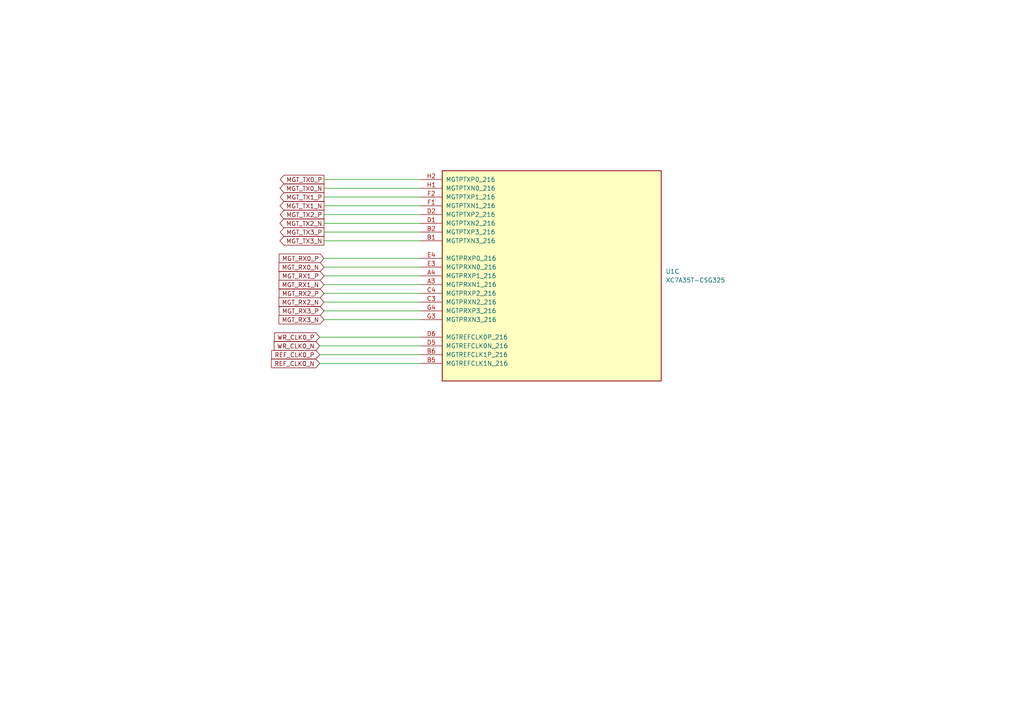
<source format=kicad_sch>
(kicad_sch (version 20250114) (generator "eeschema") (generator_version "9.0")
  (paper "A4")
  (title_block (date "2025-04-18") (rev "${rev}") (company "${name}") (comment 1 "${author}"))
  (lib_symbols
    (symbol "FPGA_Xilinx_Artix7:XC7A35T-CSG325" (pin_names (offset 1.016))
      (property "Reference" "U" (at 0 1.27 0))
      (property "Value" "XC7A35T-CSG325" (at 0 -1.27 0))
      (symbol "XC7A35T-CSG325_1_1"
        (rectangle (start -44.45 67.31) (end 44.45 -73.66) (stroke (width 0.254)) (fill (type background)))
        (pin bidirectional line (at -50.8 53.34 0) (length 6.35) (name "IO_0_14") (number "L14"))
        (pin bidirectional line (at -50.8 50.8 0) (length 6.35) (name "IO_L1P_T0_D00_MOSI_14") (number "K16"))
        (pin bidirectional line (at -50.8 48.26 0) (length 6.35) (name "IO_L1N_T0_D01_DIN_14") (number "L17"))
        (pin bidirectional line (at -50.8 45.72 0) (length 6.35) (name "IO_L2P_T0_D02_14") (number "J15"))
        (pin bidirectional line (at -50.8 43.18 0) (length 6.35) (name "IO_L2N_T0_D03_14") (number "J16"))
        (pin bidirectional line (at -50.8 40.64 0) (length 6.35) (name "IO_L3P_T0_DQS_PUDC_B_14") (number "J18"))
        (pin bidirectional line (at -50.8 38.1 0) (length 6.35) (name "IO_L3N_T0_DQS_EMCCLK_14") (number "K18"))
        (pin bidirectional line (at -50.8 35.56 0) (length 6.35) (name "IO_L4P_T0_D04_14") (number "K17"))
        (pin bidirectional line (at -50.8 33.02 0) (length 6.35) (name "IO_L4N_T0_D05_14") (number "L18"))
        (pin bidirectional line (at -50.8 30.48 0) (length 6.35) (name "IO_L5P_T0_D06_14") (number "J14"))
        (pin bidirectional line (at -50.8 27.94 0) (length 6.35) (name "IO_L5N_T0_D07_14") (number "K15"))
        (pin bidirectional line (at -50.8 25.4 0) (length 6.35) (name "IO_L6P_T0_FCS_B_14") (number "L15"))
        (pin bidirectional line (at -50.8 22.86 0) (length 6.35) (name "IO_L6N_T0_D08_VREF_14") (number "M15"))
        (pin bidirectional line (at -50.8 20.32 0) (length 6.35) (name "IO_L7P_T1_D09_14") (number "M16"))
        (pin bidirectional line (at -50.8 17.78 0) (length 6.35) (name "IO_L7N_T1_D10_14") (number "M17"))
        (pin bidirectional line (at -50.8 15.24 0) (length 6.35) (name "IO_L8P_T1_D11_14") (number "M14"))
        (pin bidirectional line (at -50.8 12.7 0) (length 6.35) (name "IO_L8N_T1_D12_14") (number "N14"))
        (pin bidirectional line (at -50.8 10.16 0) (length 6.35) (name "IO_L9P_T1_DQS_14") (number "N16"))
        (pin bidirectional line (at -50.8 7.62 0) (length 6.35) (name "IO_L9N_T1_DQS_D13_14") (number "N17"))
        (pin bidirectional line (at -50.8 5.08 0) (length 6.35) (name "IO_L10P_T1_D14_14") (number "N18"))
        (pin bidirectional line (at -50.8 2.54 0) (length 6.35) (name "IO_L10N_T1_D15_14") (number "P18"))
        (pin bidirectional line (at -50.8 0 0) (length 6.35) (name "IO_L11P_T1_SRCC_14") (number "P15"))
        (pin bidirectional line (at -50.8 -2.54 0) (length 6.35) (name "IO_L11N_T1_SRCC_14") (number "P16"))
        (pin bidirectional line (at -50.8 -5.08 0) (length 6.35) (name "IO_L12P_T1_MRCC_14") (number "P14"))
        (pin bidirectional line (at -50.8 -7.62 0) (length 6.35) (name "IO_L12N_T1_MRCC_14") (number "R15"))
        (pin bidirectional line (at -50.8 -10.16 0) (length 6.35) (name "IO_L13P_T2_MRCC_14") (number "T14"))
        (pin bidirectional line (at -50.8 -12.7 0) (length 6.35) (name "IO_L13N_T2_MRCC_14") (number "T15"))
        (pin bidirectional line (at -50.8 -15.24 0) (length 6.35) (name "IO_L14P_T2_SRCC_14") (number "R16"))
        (pin bidirectional line (at -50.8 -17.78 0) (length 6.35) (name "IO_L14N_T2_SRCC_14") (number "R17"))
        (pin bidirectional line (at -50.8 -20.32 0) (length 6.35) (name "IO_L15P_T2_DQS_RDWR_B_14") (number "R18"))
        (pin bidirectional line (at -50.8 -22.86 0) (length 6.35) (name "IO_L15N_T2_DQS_DOUT_CSO_B_14") (number "T18"))
        (pin bidirectional line (at -50.8 -25.4 0) (length 6.35) (name "IO_L16P_T2_CSI_B_14") (number "T17"))
        (pin bidirectional line (at -50.8 -27.94 0) (length 6.35) (name "IO_L16N_T2_A15_D31_14") (number "U17"))
        (pin bidirectional line (at -50.8 -30.48 0) (length 6.35) (name "IO_L17P_T2_A14_D30_14") (number "U15"))
        (pin bidirectional line (at -50.8 -33.02 0) (length 6.35) (name "IO_L17N_T2_A13_D29_14") (number "U16"))
        (pin bidirectional line (at -50.8 -35.56 0) (length 6.35) (name "IO_L18P_T2_A12_D28_14") (number "V16"))
        (pin bidirectional line (at -50.8 -38.1 0) (length 6.35) (name "IO_L18N_T2_A11_D27_14") (number "V17"))
        (pin bidirectional line (at -50.8 -40.64 0) (length 6.35) (name "IO_L19P_T3_A10_D26_14") (number "R13"))
        (pin bidirectional line (at -50.8 -43.18 0) (length 6.35) (name "IO_L19N_T3_A09_D25_VREF_14") (number "T13"))
        (pin bidirectional line (at -50.8 -45.72 0) (length 6.35) (name "IO_L20P_T3_A08_D24_14") (number "U14"))
        (pin bidirectional line (at -50.8 -48.26 0) (length 6.35) (name "IO_L20N_T3_A07_D23_14") (number "V14"))
        (pin bidirectional line (at -50.8 -50.8 0) (length 6.35) (name "IO_L21P_T3_DQS_14") (number "V12"))
        (pin bidirectional line (at -50.8 -53.34 0) (length 6.35) (name "IO_L21N_T3_DQS_A06_D22_14") (number "V13"))
        (pin bidirectional line (at -50.8 -55.88 0) (length 6.35) (name "IO_L22P_T3_A05_D21_14") (number "T12"))
        (pin bidirectional line (at -50.8 -58.42 0) (length 6.35) (name "IO_L22N_T3_A04_D20_14") (number "U12"))
        (pin bidirectional line (at -50.8 -60.96 0) (length 6.35) (name "IO_L23P_T3_A03_D19_14") (number "U11"))
        (pin bidirectional line (at -50.8 -63.5 0) (length 6.35) (name "IO_L23N_T3_A02_D18_14") (number "V11"))
        (pin bidirectional line (at -50.8 -66.04 0) (length 6.35) (name "IO_L24P_T3_A01_D17_14") (number "U9"))
        (pin bidirectional line (at -50.8 -68.58 0) (length 6.35) (name "IO_L24N_T3_A00_D16_14") (number "V9"))
        (pin bidirectional line (at -50.8 -71.12 0) (length 6.35) (name "IO_25_14") (number "U10"))
        (pin power_in line (at -40.64 73.66 270) (length 6.35) (name "VCCO_14") (number "L16"))
        (pin power_in line (at -38.1 73.66 270) (length 6.35) (name "VCCO_14") (number "P17"))
        (pin power_in line (at -35.56 73.66 270) (length 6.35) (name "VCCO_14") (number "R14"))
        (pin power_in line (at -33.02 73.66 270) (length 6.35) (name "VCCO_14") (number "T11"))
        (pin power_in line (at -30.48 73.66 270) (length 6.35) (name "VCCO_14") (number "U8"))
        (pin power_in line (at -27.94 73.66 270) (length 6.35) (name "VCCO_14") (number "U18"))
        (pin power_in line (at -25.4 73.66 270) (length 6.35) (name "VCCO_14") (number "V15"))
        (pin power_in line (at 25.4 73.66 270) (length 6.35) (name "VCCO_15") (number "A16"))
        (pin power_in line (at 27.94 73.66 270) (length 6.35) (name "VCCO_15") (number "B13"))
        (pin power_in line (at 30.48 73.66 270) (length 6.35) (name "VCCO_15") (number "C10"))
        (pin power_in line (at 33.02 73.66 270) (length 6.35) (name "VCCO_15") (number "D17"))
        (pin power_in line (at 35.56 73.66 270) (length 6.35) (name "VCCO_15") (number "E14"))
        (pin power_in line (at 38.1 73.66 270) (length 6.35) (name "VCCO_15") (number "G18"))
        (pin power_in line (at 40.64 73.66 270) (length 6.35) (name "VCCO_15") (number "H15"))
        (pin bidirectional line (at 50.8 53.34 180) (length 6.35) (name "IO_0_15") (number "D10"))
        (pin bidirectional line (at 50.8 50.8 180) (length 6.35) (name "IO_L1P_T0_AD0P_15") (number "D8"))
        (pin bidirectional line (at 50.8 48.26 180) (length 6.35) (name "IO_L1N_T0_AD0N_15") (number "C8"))
        (pin bidirectional line (at 50.8 45.72 180) (length 6.35) (name "IO_L2P_T0_AD8P_15") (number "D9"))
        (pin bidirectional line (at 50.8 43.18 180) (length 6.35) (name "IO_L2N_T0_AD8N_15") (number "C9"))
        (pin bidirectional line (at 50.8 40.64 180) (length 6.35) (name "IO_L3P_T0_DQS_AD1P_15") (number "B9"))
        (pin bidirectional line (at 50.8 38.1 180) (length 6.35) (name "IO_L3N_T0_DQS_AD1N_15") (number "A9"))
        (pin bidirectional line (at 50.8 35.56 180) (length 6.35) (name "IO_L4P_T0_15") (number "C11"))
        (pin bidirectional line (at 50.8 33.02 180) (length 6.35) (name "IO_L4N_T0_15") (number "B11"))
        (pin bidirectional line (at 50.8 30.48 180) (length 6.35) (name "IO_L5P_T0_AD9P_15") (number "B10"))
        (pin bidirectional line (at 50.8 27.94 180) (length 6.35) (name "IO_L5N_T0_AD9N_15") (number "A10"))
        (pin bidirectional line (at 50.8 25.4 180) (length 6.35) (name "IO_L6P_T0_15") (number "D11"))
        (pin bidirectional line (at 50.8 22.86 180) (length 6.35) (name "IO_L6N_T0_VREF_15") (number "C12"))
        (pin bidirectional line (at 50.8 20.32 180) (length 6.35) (name "IO_L7P_T1_AD2P_15") (number "B12"))
        (pin bidirectional line (at 50.8 17.78 180) (length 6.35) (name "IO_L7N_T1_AD2N_15") (number "A12"))
        (pin bidirectional line (at 50.8 15.24 180) (length 6.35) (name "IO_L8P_T1_AD10P_15") (number "A13"))
        (pin bidirectional line (at 50.8 12.7 180) (length 6.35) (name "IO_L8N_T1_AD10N_15") (number "A14"))
        (pin bidirectional line (at 50.8 10.16 180) (length 6.35) (name "IO_L9P_T1_DQS_AD3P_15") (number "C14"))
        (pin bidirectional line (at 50.8 7.62 180) (length 6.35) (name "IO_L9N_T1_DQS_AD3N_15") (number "B15"))
        (pin bidirectional line (at 50.8 5.08 180) (length 6.35) (name "IO_L10P_T1_AD11P_15") (number "B14"))
        (pin bidirectional line (at 50.8 2.54 180) (length 6.35) (name "IO_L10N_T1_AD11N_15") (number "A15"))
        (pin bidirectional line (at 50.8 0 180) (length 6.35) (name "IO_L11P_T1_SRCC_15") (number "D13"))
        (pin bidirectional line (at 50.8 -2.54 180) (length 6.35) (name "IO_L11N_T1_SRCC_15") (number "C13"))
        (pin bidirectional line (at 50.8 -5.08 180) (length 6.35) (name "IO_L12P_T1_MRCC_15") (number "E13"))
        (pin bidirectional line (at 50.8 -7.62 180) (length 6.35) (name "IO_L12N_T1_MRCC_15") (number "D14"))
        (pin bidirectional line (at 50.8 -10.16 180) (length 6.35) (name "IO_L13P_T2_MRCC_15") (number "E15"))
        (pin bidirectional line (at 50.8 -12.7 180) (length 6.35) (name "IO_L13N_T2_MRCC_15") (number "D15"))
        (pin bidirectional line (at 50.8 -15.24 180) (length 6.35) (name "IO_L14P_T2_SRCC_15") (number "E16"))
        (pin bidirectional line (at 50.8 -17.78 180) (length 6.35) (name "IO_L14N_T2_SRCC_15") (number "D16"))
        (pin bidirectional line (at 50.8 -20.32 180) (length 6.35) (name "IO_L15P_T2_DQS_15") (number "B16"))
        (pin bidirectional line (at 50.8 -22.86 180) (length 6.35) (name "IO_L15N_T2_DQS_ADV_B_15") (number "A17"))
        (pin bidirectional line (at 50.8 -25.4 180) (length 6.35) (name "IO_L16P_T2_A28_15") (number "C16"))
        (pin bidirectional line (at 50.8 -27.94 180) (length 6.35) (name "IO_L16N_T2_A27_15") (number "B17"))
        (pin bidirectional line (at 50.8 -30.48 180) (length 6.35) (name "IO_L17P_T2_A26_15") (number "E17"))
        (pin bidirectional line (at 50.8 -33.02 180) (length 6.35) (name "IO_L17N_T2_A25_15") (number "D18"))
        (pin bidirectional line (at 50.8 -35.56 180) (length 6.35) (name "IO_L18P_T2_A24_15") (number "C17"))
        (pin bidirectional line (at 50.8 -38.1 180) (length 6.35) (name "IO_L18N_T2_A23_15") (number "C18"))
        (pin bidirectional line (at 50.8 -40.64 180) (length 6.35) (name "IO_L19P_T3_A22_15") (number "G17"))
        (pin bidirectional line (at 50.8 -43.18 180) (length 6.35) (name "IO_L19N_T3_A21_VREF_15") (number "F18"))
        (pin bidirectional line (at 50.8 -45.72 180) (length 6.35) (name "IO_L20P_T3_A20_15") (number "H16"))
        (pin bidirectional line (at 50.8 -48.26 180) (length 6.35) (name "IO_L20N_T3_A19_15") (number "G16"))
        (pin bidirectional line (at 50.8 -50.8 180) (length 6.35) (name "IO_L21P_T3_DQS_15") (number "G15"))
        (pin bidirectional line (at 50.8 -53.34 180) (length 6.35) (name "IO_L21N_T3_DQS_A18_15") (number "F15"))
        (pin bidirectional line (at 50.8 -55.88 180) (length 6.35) (name "IO_L22P_T3_A17_15") (number "G14"))
        (pin bidirectional line (at 50.8 -58.42 180) (length 6.35) (name "IO_L22N_T3_A16_15") (number "F14"))
        (pin bidirectional line (at 50.8 -60.96 180) (length 6.35) (name "IO_L23P_T3_FOE_B_15") (number "H17"))
        (pin bidirectional line (at 50.8 -63.5 180) (length 6.35) (name "IO_L23N_T3_FWE_B_15") (number "H18"))
        (pin bidirectional line (at 50.8 -66.04 180) (length 6.35) (name "IO_L24P_T3_RS1_15") (number "F17"))
        (pin bidirectional line (at 50.8 -68.58 180) (length 6.35) (name "IO_L24N_T3_RS0_15") (number "E18"))
        (pin bidirectional line (at 50.8 -71.12 180) (length 6.35) (name "IO_25_15") (number "H14"))
      )
      (symbol "XC7A35T-CSG325_2_1"
        (rectangle (start -44.45 67.31) (end 44.45 -73.66) (stroke (width 0.254)) (fill (type background)))
        (pin bidirectional line (at -50.8 53.34 0) (length 6.35) (name "IO_0_34") (number "J6"))
        (pin bidirectional line (at -50.8 50.8 0) (length 6.35) (name "IO_L1P_T0_34") (number "K6"))
        (pin bidirectional line (at -50.8 48.26 0) (length 6.35) (name "IO_L1N_T0_34") (number "K5"))
        (pin bidirectional line (at -50.8 45.72 0) (length 6.35) (name "IO_L2P_T0_34") (number "J5"))
        (pin bidirectional line (at -50.8 43.18 0) (length 6.35) (name "IO_L2N_T0_34") (number "J4"))
        (pin bidirectional line (at -50.8 40.64 0) (length 6.35) (name "IO_L3P_T0_DQS_34") (number "K2"))
        (pin bidirectional line (at -50.8 38.1 0) (length 6.35) (name "IO_L3N_T0_DQS_34") (number "K1"))
        (pin bidirectional line (at -50.8 35.56 0) (length 6.35) (name "IO_L4P_T0_34") (number "K3"))
        (pin bidirectional line (at -50.8 33.02 0) (length 6.35) (name "IO_L4N_T0_34") (number "L2"))
        (pin bidirectional line (at -50.8 30.48 0) (length 6.35) (name "IO_L5P_T0_34") (number "L4"))
        (pin bidirectional line (at -50.8 27.94 0) (length 6.35) (name "IO_L5N_T0_34") (number "L3"))
        (pin bidirectional line (at -50.8 25.4 0) (length 6.35) (name "IO_L6P_T0_34") (number "L5"))
        (pin bidirectional line (at -50.8 22.86 0) (length 6.35) (name "IO_L6N_T0_VREF_34") (number "M5"))
        (pin bidirectional line (at -50.8 20.32 0) (length 6.35) (name "IO_L7P_T1_34") (number "M2"))
        (pin bidirectional line (at -50.8 17.78 0) (length 6.35) (name "IO_L7N_T1_34") (number "M1"))
        (pin bidirectional line (at -50.8 15.24 0) (length 6.35) (name "IO_L8P_T1_34") (number "M6"))
        (pin bidirectional line (at -50.8 12.7 0) (length 6.35) (name "IO_L8N_T1_34") (number "N6"))
        (pin bidirectional line (at -50.8 10.16 0) (length 6.35) (name "IO_L9P_T1_DQS_34") (number "N1"))
        (pin bidirectional line (at -50.8 7.62 0) (length 6.35) (name "IO_L9N_T1_DQS_34") (number "P1"))
        (pin bidirectional line (at -50.8 5.08 0) (length 6.35) (name "IO_L10P_T1_34") (number "M4"))
        (pin bidirectional line (at -50.8 2.54 0) (length 6.35) (name "IO_L10N_T1_34") (number "N4"))
        (pin bidirectional line (at -50.8 0 0) (length 6.35) (name "IO_L11P_T1_SRCC_34") (number "N3"))
        (pin bidirectional line (at -50.8 -2.54 0) (length 6.35) (name "IO_L11N_T1_SRCC_34") (number "N2"))
        (pin bidirectional line (at -50.8 -5.08 0) (length 6.35) (name "IO_L12P_T1_MRCC_34") (number "P4"))
        (pin bidirectional line (at -50.8 -7.62 0) (length 6.35) (name "IO_L12N_T1_MRCC_34") (number "P3"))
        (pin bidirectional line (at -50.8 -10.16 0) (length 6.35) (name "IO_L13P_T2_MRCC_34") (number "R2"))
        (pin bidirectional line (at -50.8 -12.7 0) (length 6.35) (name "IO_L13N_T2_MRCC_34") (number "R1"))
        (pin bidirectional line (at -50.8 -15.24 0) (length 6.35) (name "IO_L14P_T2_SRCC_34") (number "R3"))
        (pin bidirectional line (at -50.8 -17.78 0) (length 6.35) (name "IO_L14N_T2_SRCC_34") (number "T2"))
        (pin bidirectional line (at -50.8 -20.32 0) (length 6.35) (name "IO_L15P_T2_DQS_34") (number "U2"))
        (pin bidirectional line (at -50.8 -22.86 0) (length 6.35) (name "IO_L15N_T2_DQS_34") (number "U1"))
        (pin bidirectional line (at -50.8 -25.4 0) (length 6.35) (name "IO_L16P_T2_34") (number "V3"))
        (pin bidirectional line (at -50.8 -27.94 0) (length 6.35) (name "IO_L16N_T2_34") (number "V2"))
        (pin bidirectional line (at -50.8 -30.48 0) (length 6.35) (name "IO_L17P_T2_34") (number "T4"))
        (pin bidirectional line (at -50.8 -33.02 0) (length 6.35) (name "IO_L17N_T2_34") (number "T3"))
        (pin bidirectional line (at -50.8 -35.56 0) (length 6.35) (name "IO_L18P_T2_34") (number "U4"))
        (pin bidirectional line (at -50.8 -38.1 0) (length 6.35) (name "IO_L18N_T2_34") (number "V4"))
        (pin bidirectional line (at -50.8 -40.64 0) (length 6.35) (name "IO_L19P_T3_34") (number "P6"))
        (pin bidirectional line (at -50.8 -43.18 0) (length 6.35) (name "IO_L19N_T3_VREF_34") (number "P5"))
        (pin bidirectional line (at -50.8 -45.72 0) (length 6.35) (name "IO_L20P_T3_34") (number "U6"))
        (pin bidirectional line (at -50.8 -48.26 0) (length 6.35) (name "IO_L20N_T3_34") (number "U5"))
        (pin bidirectional line (at -50.8 -50.8 0) (length 6.35) (name "IO_L21P_T3_DQS_34") (number "R5"))
        (pin bidirectional line (at -50.8 -53.34 0) (length 6.35) (name "IO_L21N_T3_DQS_34") (number "T5"))
        (pin bidirectional line (at -50.8 -55.88 0) (length 6.35) (name "IO_L22P_T3_34") (number "R7"))
        (pin bidirectional line (at -50.8 -58.42 0) (length 6.35) (name "IO_L22N_T3_34") (number "T7"))
        (pin bidirectional line (at -50.8 -60.96 0) (length 6.35) (name "IO_L23P_T3_34") (number "U7"))
        (pin bidirectional line (at -50.8 -63.5 0) (length 6.35) (name "IO_L23N_T3_34") (number "V6"))
        (pin bidirectional line (at -50.8 -66.04 0) (length 6.35) (name "IO_L24P_T3_34") (number "V8"))
        (pin bidirectional line (at -50.8 -68.58 0) (length 6.35) (name "IO_L24N_T3_34") (number "V7"))
        (pin bidirectional line (at -50.8 -71.12 0) (length 6.35) (name "IO_25_34") (number "R6"))
        (pin power_in line (at -40.64 73.66 270) (length 6.35) (name "VCCO_34") (number "L6"))
        (pin power_in line (at -38.1 73.66 270) (length 6.35) (name "VCCO_34") (number "M3"))
        (pin power_in line (at -35.56 73.66 270) (length 6.35) (name "VCCO_34") (number "P7"))
        (pin power_in line (at -33.02 73.66 270) (length 6.35) (name "VCCO_34") (number "R4"))
        (pin power_in line (at -30.48 73.66 270) (length 6.35) (name "VCCO_34") (number "T1"))
        (pin power_in line (at -27.94 73.66 270) (length 6.35) (name "VCCO_34") (number "V5"))
      )
      (symbol "XC7A35T-CSG325_3_1"
        (rectangle (start -31.75 30.48) (end 31.75 -30.48) (stroke (width 0.254)) (fill (type background)))
        (pin bidirectional line (at -38.1 27.94 0) (length 6.35) (name "MGTPTXP0_216") (number "H2"))
        (pin bidirectional line (at -38.1 25.4 0) (length 6.35) (name "MGTPTXN0_216") (number "H1"))
        (pin bidirectional line (at -38.1 22.86 0) (length 6.35) (name "MGTPTXP1_216") (number "F2"))
        (pin bidirectional line (at -38.1 20.32 0) (length 6.35) (name "MGTPTXN1_216") (number "F1"))
        (pin bidirectional line (at -38.1 17.78 0) (length 6.35) (name "MGTPTXP2_216") (number "D2"))
        (pin bidirectional line (at -38.1 15.24 0) (length 6.35) (name "MGTPTXN2_216") (number "D1"))
        (pin bidirectional line (at -38.1 12.7 0) (length 6.35) (name "MGTPTXP3_216") (number "B2"))
        (pin bidirectional line (at -38.1 10.16 0) (length 6.35) (name "MGTPTXN3_216") (number "B1"))
        (pin bidirectional line (at -38.1 5.08 0) (length 6.35) (name "MGTPRXP0_216") (number "E4"))
        (pin bidirectional line (at -38.1 2.54 0) (length 6.35) (name "MGTPRXN0_216") (number "E3"))
        (pin bidirectional line (at -38.1 0 0) (length 6.35) (name "MGTPRXP1_216") (number "A4"))
        (pin bidirectional line (at -38.1 -2.54 0) (length 6.35) (name "MGTPRXN1_216") (number "A3"))
        (pin bidirectional line (at -38.1 -5.08 0) (length 6.35) (name "MGTPRXP2_216") (number "C4"))
        (pin bidirectional line (at -38.1 -7.62 0) (length 6.35) (name "MGTPRXN2_216") (number "C3"))
        (pin bidirectional line (at -38.1 -10.16 0) (length 6.35) (name "MGTPRXP3_216") (number "G4"))
        (pin bidirectional line (at -38.1 -12.7 0) (length 6.35) (name "MGTPRXN3_216") (number "G3"))
        (pin bidirectional line (at -38.1 -17.78 0) (length 6.35) (name "MGTREFCLK0P_216") (number "D6"))
        (pin bidirectional line (at -38.1 -20.32 0) (length 6.35) (name "MGTREFCLK0N_216") (number "D5"))
        (pin bidirectional line (at -38.1 -22.86 0) (length 6.35) (name "MGTREFCLK1P_216") (number "B6"))
        (pin bidirectional line (at -38.1 -25.4 0) (length 6.35) (name "MGTREFCLK1N_216") (number "B5"))
      )
      (symbol "XC7A35T-CSG325_4_1"
        (rectangle (start -31.75 10.16) (end 31.75 -10.16) (stroke (width 0.254)) (fill (type background)))
        (pin power_in line (at -38.1 7.62 0) (length 6.35) (name "MGTAVCC") (number "B4"))
        (pin power_in line (at -38.1 5.08 0) (length 6.35) (name "MGTAVCC") (number "C5"))
        (pin power_in line (at -38.1 2.54 0) (length 6.35) (name "MGTAVCC") (number "E5"))
        (pin power_in line (at -38.1 0 0) (length 6.35) (name "MGTAVCC") (number "F5"))
        (pin power_in line (at 38.1 7.62 180) (length 6.35) (name "MGTAVTT") (number "A2"))
        (pin power_in line (at 38.1 5.08 180) (length 6.35) (name "MGTAVTT") (number "C1"))
        (pin power_in line (at 38.1 2.54 180) (length 6.35) (name "MGTAVTT") (number "E1"))
        (pin power_in line (at 38.1 0 180) (length 6.35) (name "MGTAVTT") (number "F3"))
        (pin power_in line (at 38.1 -2.54 180) (length 6.35) (name "MGTAVTT") (number "G2"))
        (pin power_in line (at 38.1 -7.62 180) (length 6.35) (name "MGTRREF_216") (number "A6"))
      )
      (symbol "XC7A35T-CSG325_5_1"
        (rectangle (start -31.75 34.29) (end 31.75 -40.64) (stroke (width 0.254)) (fill (type background)))
        (pin power_in line (at 25.4 40.64 270) (length 6.35) (name "VCCO_0") (number "E10"))
        (pin power_in line (at 27.94 40.64 270) (length 6.35) (name "VCCO_0") (number "R10"))
        (pin bidirectional line (at 38.1 20.32 180) (length 6.35) (name "TDI_0") (number "T9"))
        (pin bidirectional line (at 38.1 17.78 180) (length 6.35) (name "TDO_0") (number "T8"))
        (pin bidirectional line (at 38.1 15.24 180) (length 6.35) (name "TMS_0") (number "R8"))
        (pin bidirectional line (at 38.1 12.7 180) (length 6.35) (name "TCK_0") (number "F8"))
        (pin bidirectional line (at 38.1 7.62 180) (length 6.35) (name "CCLK_0") (number "E8"))
        (pin bidirectional line (at 38.1 5.08 180) (length 6.35) (name "M0_0") (number "R12"))
        (pin bidirectional line (at 38.1 2.54 180) (length 6.35) (name "M1_0") (number "R11"))
        (pin bidirectional line (at 38.1 0 180) (length 6.35) (name "M2_0") (number "F13"))
        (pin bidirectional line (at 38.1 -5.08 180) (length 6.35) (name "DONE_0") (number "F12"))
        (pin bidirectional line (at 38.1 -7.62 180) (length 6.35) (name "INIT_B_0") (number "T10"))
        (pin bidirectional line (at 38.1 -10.16 180) (length 6.35) (name "PROGRAM_B_0") (number "P10"))
        (pin bidirectional line (at 38.1 -15.24 180) (length 6.35) (name "CFGBVS_0") (number "E12"))
        (pin bidirectional line (at 38.1 -20.32 180) (length 6.35) (name "VP_0") (number "K10"))
        (pin bidirectional line (at 38.1 -22.86 180) (length 6.35) (name "VN_0") (number "L9"))
        (pin bidirectional line (at 38.1 -27.94 180) (length 6.35) (name "VREFP_0") (number "L10"))
        (pin bidirectional line (at 38.1 -30.48 180) (length 6.35) (name "VREFN_0") (number "K9"))
        (pin bidirectional line (at 38.1 -35.56 180) (length 6.35) (name "DXP_0") (number "M10"))
        (pin bidirectional line (at 38.1 -38.1 180) (length 6.35) (name "DXN_0") (number "M9"))
      )
      (symbol "XC7A35T-CSG325_6_1"
        (rectangle (start -19.05 73.66) (end 19.05 -73.66) (stroke (width 0.254)) (fill (type background)))
        (pin power_in line (at -25.4 71.12 0) (length 6.35) (name "VCCAUX") (number "G12"))
        (pin power_in line (at -25.4 68.58 0) (length 6.35) (name "VCCAUX") (number "H13"))
        (pin power_in line (at -25.4 66.04 0) (length 6.35) (name "VCCAUX") (number "K13"))
        (pin power_in line (at -25.4 63.5 0) (length 6.35) (name "VCCAUX") (number "M13"))
        (pin power_in line (at -25.4 60.96 0) (length 6.35) (name "VCCAUX") (number "P13"))
        (pin power_in line (at -25.4 55.88 0) (length 6.35) (name "GNDADC_0") (number "J9"))
        (pin power_in line (at -25.4 53.34 0) (length 6.35) (name "VCCADC_0") (number "J10"))
        (pin power_in line (at -25.4 50.8 0) (length 6.35) (name "VCCBATT_0") (number "E11"))
        (pin power_in line (at -25.4 48.26 0) (length 6.35) (name "VCCBRAM") (number "F11"))
        (pin power_in line (at -25.4 45.72 0) (length 6.35) (name "VCCBRAM") (number "G10"))
        (pin power_in line (at -25.4 43.18 0) (length 6.35) (name "VCCBRAM") (number "H11"))
        (pin power_in line (at -25.4 22.86 0) (length 6.35) (name "GND") (number "A1"))
        (pin power_in line (at -25.4 20.32 0) (length 6.35) (name "GND") (number "A5"))
        (pin power_in line (at -25.4 17.78 0) (length 6.35) (name "GND") (number "A7"))
        (pin power_in line (at -25.4 15.24 0) (length 6.35) (name "GND") (number "A8"))
        (pin power_in line (at -25.4 12.7 0) (length 6.35) (name "GND") (number "A11"))
        (pin power_in line (at -25.4 10.16 0) (length 6.35) (name "GND") (number "A18"))
        (pin power_in line (at -25.4 7.62 0) (length 6.35) (name "GND") (number "B3"))
        (pin power_in line (at -25.4 5.08 0) (length 6.35) (name "GND") (number "B7"))
        (pin power_in line (at -25.4 2.54 0) (length 6.35) (name "GND") (number "B8"))
        (pin power_in line (at -25.4 0 0) (length 6.35) (name "GND") (number "B18"))
        (pin power_in line (at -25.4 -2.54 0) (length 6.35) (name "GND") (number "C2"))
        (pin power_in line (at -25.4 -5.08 0) (length 6.35) (name "GND") (number "C6"))
        (pin power_in line (at -25.4 -7.62 0) (length 6.35) (name "GND") (number "C7"))
        (pin power_in line (at -25.4 -10.16 0) (length 6.35) (name "GND") (number "C15"))
        (pin power_in line (at -25.4 -12.7 0) (length 6.35) (name "GND") (number "D3"))
        (pin power_in line (at -25.4 -15.24 0) (length 6.35) (name "GND") (number "D4"))
        (pin power_in line (at -25.4 -17.78 0) (length 6.35) (name "GND") (number "D7"))
        (pin power_in line (at -25.4 -20.32 0) (length 6.35) (name "GND") (number "D12"))
        (pin power_in line (at -25.4 -22.86 0) (length 6.35) (name "GND") (number "E2"))
        (pin power_in line (at -25.4 -25.4 0) (length 6.35) (name "GND") (number "E6"))
        (pin power_in line (at -25.4 -27.94 0) (length 6.35) (name "GND") (number "E7"))
        (pin power_in line (at -25.4 -30.48 0) (length 6.35) (name "GND") (number "E9"))
        (pin power_in line (at -25.4 -33.02 0) (length 6.35) (name "GND") (number "F4"))
        (pin power_in line (at -25.4 -35.56 0) (length 6.35) (name "GND") (number "F6"))
        (pin power_in line (at -25.4 -38.1 0) (length 6.35) (name "GND") (number "F10"))
        (pin power_in line (at -25.4 -40.64 0) (length 6.35) (name "GND") (number "F16"))
        (pin power_in line (at -25.4 -43.18 0) (length 6.35) (name "GND") (number "G1"))
        (pin power_in line (at -25.4 -45.72 0) (length 6.35) (name "GND") (number "G5"))
        (pin power_in line (at -25.4 -48.26 0) (length 6.35) (name "GND") (number "G6"))
        (pin power_in line (at -25.4 -50.8 0) (length 6.35) (name "GND") (number "G7"))
        (pin power_in line (at -25.4 -53.34 0) (length 6.35) (name "GND") (number "G9"))
        (pin power_in line (at -25.4 -55.88 0) (length 6.35) (name "GND") (number "G11"))
        (pin power_in line (at -25.4 -58.42 0) (length 6.35) (name "GND") (number "G13"))
        (pin power_in line (at -25.4 -60.96 0) (length 6.35) (name "GND") (number "H3"))
        (pin power_in line (at -25.4 -63.5 0) (length 6.35) (name "GND") (number "H4"))
        (pin power_in line (at -25.4 -66.04 0) (length 6.35) (name "GND") (number "H5"))
        (pin power_in line (at -25.4 -68.58 0) (length 6.35) (name "GND") (number "H6"))
        (pin power_in line (at -25.4 -71.12 0) (length 6.35) (name "GND") (number "H8"))
        (pin power_in line (at 25.4 71.12 180) (length 6.35) (name "VCCINT") (number "F7"))
        (pin power_in line (at 25.4 68.58 180) (length 6.35) (name "VCCINT") (number "F9"))
        (pin power_in line (at 25.4 66.04 180) (length 6.35) (name "VCCINT") (number "G8"))
        (pin power_in line (at 25.4 63.5 180) (length 6.35) (name "VCCINT") (number "H7"))
        (pin power_in line (at 25.4 60.96 180) (length 6.35) (name "VCCINT") (number "H9"))
        (pin power_in line (at 25.4 58.42 180) (length 6.35) (name "VCCINT") (number "J8"))
        (pin power_in line (at 25.4 55.88 180) (length 6.35) (name "VCCINT") (number "J12"))
        (pin power_in line (at 25.4 53.34 180) (length 6.35) (name "VCCINT") (number "K7"))
        (pin power_in line (at 25.4 50.8 180) (length 6.35) (name "VCCINT") (number "K11"))
        (pin power_in line (at 25.4 48.26 180) (length 6.35) (name "VCCINT") (number "L8"))
        (pin power_in line (at 25.4 45.72 180) (length 6.35) (name "VCCINT") (number "L12"))
        (pin power_in line (at 25.4 43.18 180) (length 6.35) (name "VCCINT") (number "M7"))
        (pin power_in line (at 25.4 40.64 180) (length 6.35) (name "VCCINT") (number "M11"))
        (pin power_in line (at 25.4 38.1 180) (length 6.35) (name "VCCINT") (number "N8"))
        (pin power_in line (at 25.4 35.56 180) (length 6.35) (name "VCCINT") (number "N10"))
        (pin power_in line (at 25.4 33.02 180) (length 6.35) (name "VCCINT") (number "N12"))
        (pin power_in line (at 25.4 30.48 180) (length 6.35) (name "VCCINT") (number "P9"))
        (pin power_in line (at 25.4 27.94 180) (length 6.35) (name "VCCINT") (number "P11"))
        (pin power_in line (at 25.4 20.32 180) (length 6.35) (name "GND") (number "H10"))
        (pin power_in line (at 25.4 17.78 180) (length 6.35) (name "GND") (number "H12"))
        (pin power_in line (at 25.4 15.24 180) (length 6.35) (name "GND") (number "J1"))
        (pin power_in line (at 25.4 12.7 180) (length 6.35) (name "GND") (number "J2"))
        (pin power_in line (at 25.4 10.16 180) (length 6.35) (name "GND") (number "J3"))
        (pin power_in line (at 25.4 7.62 180) (length 6.35) (name "GND") (number "J7"))
        (pin power_in line (at 25.4 5.08 180) (length 6.35) (name "GND") (number "J11"))
        (pin power_in line (at 25.4 2.54 180) (length 6.35) (name "GND") (number "J13"))
        (pin power_in line (at 25.4 0 180) (length 6.35) (name "GND") (number "J17"))
        (pin power_in line (at 25.4 -2.54 180) (length 6.35) (name "GND") (number "K4"))
        (pin power_in line (at 25.4 -5.08 180) (length 6.35) (name "GND") (number "K8"))
        (pin power_in line (at 25.4 -7.62 180) (length 6.35) (name "GND") (number "K12"))
        (pin power_in line (at 25.4 -10.16 180) (length 6.35) (name "GND") (number "K14"))
        (pin power_in line (at 25.4 -12.7 180) (length 6.35) (name "GND") (number "L1"))
        (pin power_in line (at 25.4 -15.24 180) (length 6.35) (name "GND") (number "L7"))
        (pin power_in line (at 25.4 -17.78 180) (length 6.35) (name "GND") (number "L11"))
        (pin power_in line (at 25.4 -20.32 180) (length 6.35) (name "GND") (number "L13"))
        (pin power_in line (at 25.4 -22.86 180) (length 6.35) (name "GND") (number "M8"))
        (pin power_in line (at 25.4 -25.4 180) (length 6.35) (name "GND") (number "M12"))
        (pin power_in line (at 25.4 -27.94 180) (length 6.35) (name "GND") (number "M18"))
        (pin power_in line (at 25.4 -30.48 180) (length 6.35) (name "GND") (number "N5"))
        (pin power_in line (at 25.4 -33.02 180) (length 6.35) (name "GND") (number "N7"))
        (pin power_in line (at 25.4 -35.56 180) (length 6.35) (name "GND") (number "N9"))
        (pin power_in line (at 25.4 -38.1 180) (length 6.35) (name "GND") (number "N11"))
        (pin power_in line (at 25.4 -40.64 180) (length 6.35) (name "GND") (number "N13"))
        (pin power_in line (at 25.4 -43.18 180) (length 6.35) (name "GND") (number "N15"))
        (pin power_in line (at 25.4 -45.72 180) (length 6.35) (name "GND") (number "P2"))
        (pin power_in line (at 25.4 -48.26 180) (length 6.35) (name "GND") (number "P8"))
        (pin power_in line (at 25.4 -50.8 180) (length 6.35) (name "GND") (number "P12"))
        (pin power_in line (at 25.4 -53.34 180) (length 6.35) (name "GND") (number "R9"))
        (pin power_in line (at 25.4 -55.88 180) (length 6.35) (name "GND") (number "T6"))
        (pin power_in line (at 25.4 -58.42 180) (length 6.35) (name "GND") (number "T16"))
        (pin power_in line (at 25.4 -60.96 180) (length 6.35) (name "GND") (number "U3"))
        (pin power_in line (at 25.4 -63.5 180) (length 6.35) (name "GND") (number "U13"))
        (pin power_in line (at 25.4 -66.04 180) (length 6.35) (name "GND") (number "V1"))
        (pin power_in line (at 25.4 -68.58 180) (length 6.35) (name "GND") (number "V10"))
        (pin power_in line (at 25.4 -71.12 180) (length 6.35) (name "GND") (number "V18"))
      )
    )
  )
  (wire (pts (xy 93.98 92.71) (xy 121.92 92.71)))
  (wire (pts (xy 93.98 52.07) (xy 121.92 52.07)))
  (wire (pts (xy 93.98 85.09) (xy 121.92 85.09)))
  (wire (pts (xy 92.71 105.41) (xy 121.92 105.41)))
  (wire (pts (xy 93.98 54.61) (xy 121.92 54.61)))
  (wire (pts (xy 93.98 62.23) (xy 121.92 62.23)))
  (wire (pts (xy 92.71 97.79) (xy 121.92 97.79)))
  (wire (pts (xy 92.71 100.33) (xy 121.92 100.33)))
  (wire (pts (xy 93.98 69.85) (xy 121.92 69.85)))
  (wire (pts (xy 93.98 74.93) (xy 121.92 74.93)))
  (wire (pts (xy 93.98 82.55) (xy 121.92 82.55)))
  (wire (pts (xy 93.98 90.17) (xy 121.92 90.17)))
  (wire (pts (xy 93.98 87.63) (xy 121.92 87.63)))
  (wire (pts (xy 93.98 67.31) (xy 121.92 67.31)))
  (wire (pts (xy 92.71 102.87) (xy 121.92 102.87)))
  (wire (pts (xy 93.98 77.47) (xy 121.92 77.47)))
  (wire (pts (xy 93.98 64.77) (xy 121.92 64.77)))
  (wire (pts (xy 93.98 57.15) (xy 121.92 57.15)))
  (wire (pts (xy 93.98 80.01) (xy 121.92 80.01)))
  (wire (pts (xy 93.98 59.69) (xy 121.92 59.69)))
  (global_label "MGT_TX3_P" (shape output) (at 93.98 67.31 180) (property "Intersheetrefs" "${INTERSHEET_REFS}" (effects (hide yes))))
  (global_label "MGT_RX0_P" (shape input) (at 93.98 74.93 180) (property "Intersheetrefs" "${INTERSHEET_REFS}" (effects (hide yes))))
  (global_label "MGT_TX2_N" (shape output) (at 93.98 64.77 180) (property "Intersheetrefs" "${INTERSHEET_REFS}" (effects (hide yes))))
  (global_label "MGT_RX1_P" (shape input) (at 93.98 80.01 180) (property "Intersheetrefs" "${INTERSHEET_REFS}" (effects (hide yes))))
  (global_label "MGT_TX0_P" (shape output) (at 93.98 52.07 180) (property "Intersheetrefs" "${INTERSHEET_REFS}" (effects (hide yes))))
  (global_label "MGT_TX1_P" (shape output) (at 93.98 57.15 180) (property "Intersheetrefs" "${INTERSHEET_REFS}" (effects (hide yes))))
  (global_label "MGT_RX3_N" (shape input) (at 93.98 92.71 180) (property "Intersheetrefs" "${INTERSHEET_REFS}" (effects (hide yes))))
  (global_label "REF_CLK0_N" (shape input) (at 92.71 105.41 180) (property "Intersheetrefs" "${INTERSHEET_REFS}" (effects (hide yes))))
  (global_label "MGT_RX0_N" (shape input) (at 93.98 77.47 180) (property "Intersheetrefs" "${INTERSHEET_REFS}" (effects (hide yes))))
  (global_label "MGT_TX2_P" (shape output) (at 93.98 62.23 180) (property "Intersheetrefs" "${INTERSHEET_REFS}" (effects (hide yes))))
  (global_label "MGT_TX1_N" (shape output) (at 93.98 59.69 180) (property "Intersheetrefs" "${INTERSHEET_REFS}" (effects (hide yes))))
  (global_label "MGT_TX0_N" (shape output) (at 93.98 54.61 180) (property "Intersheetrefs" "${INTERSHEET_REFS}" (effects (hide yes))))
  (global_label "WR_CLK0_N" (shape input) (at 92.71 100.33 180) (effects (font (thickness 0.1588))) (property "Intersheetrefs" "${INTERSHEET_REFS}" (effects (hide yes))))
  (global_label "WR_CLK0_P" (shape input) (at 92.71 97.79 180) (effects (font (thickness 0.1588))) (property "Intersheetrefs" "${INTERSHEET_REFS}" (effects (hide yes))))
  (global_label "REF_CLK0_P" (shape input) (at 92.71 102.87 180) (property "Intersheetrefs" "${INTERSHEET_REFS}" (effects (hide yes))))
  (global_label "MGT_TX3_N" (shape output) (at 93.98 69.85 180) (property "Intersheetrefs" "${INTERSHEET_REFS}" (effects (hide yes))))
  (global_label "MGT_RX3_P" (shape input) (at 93.98 90.17 180) (property "Intersheetrefs" "${INTERSHEET_REFS}" (effects (hide yes))))
  (global_label "MGT_RX2_N" (shape input) (at 93.98 87.63 180) (property "Intersheetrefs" "${INTERSHEET_REFS}" (effects (hide yes))))
  (global_label "MGT_RX1_N" (shape input) (at 93.98 82.55 180) (property "Intersheetrefs" "${INTERSHEET_REFS}" (effects (hide yes))))
  (global_label "MGT_RX2_P" (shape input) (at 93.98 85.09 180) (property "Intersheetrefs" "${INTERSHEET_REFS}" (effects (hide yes))))
  (symbol (lib_id "FPGA_Xilinx_Artix7:XC7A35T-CSG325") (at 160.02 80.01 0) (unit 3)
    (property "Reference" "U1" (at 193.04 78.7399 0) (effects (justify left)))
    (property "Value" "XC7A35T-CSG325" (at 193.04 81.2799 0) (effects (justify left)))
    (property "Footprint" "Package_BGA:Xilinx_CSG325" (effects (hide yes)))
    (property "Description" "Artix 7 T 35 XC7A35T-CSG325" (effects (hide yes)))
  )
)
</source>
